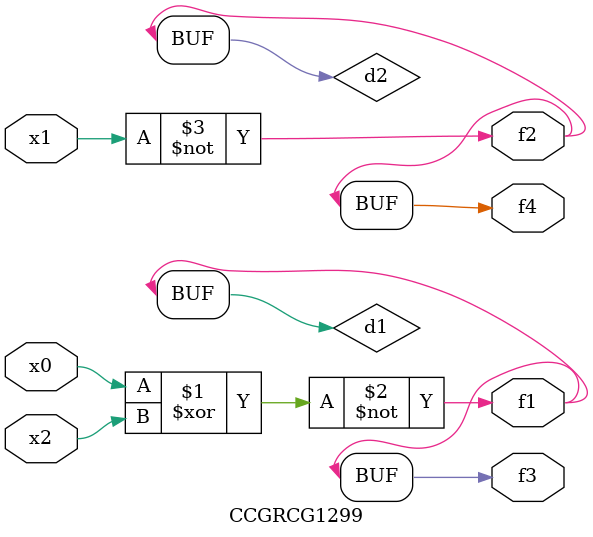
<source format=v>
module CCGRCG1299(
	input x0, x1, x2,
	output f1, f2, f3, f4
);

	wire d1, d2, d3;

	xnor (d1, x0, x2);
	nand (d2, x1);
	nor (d3, x1, x2);
	assign f1 = d1;
	assign f2 = d2;
	assign f3 = d1;
	assign f4 = d2;
endmodule

</source>
